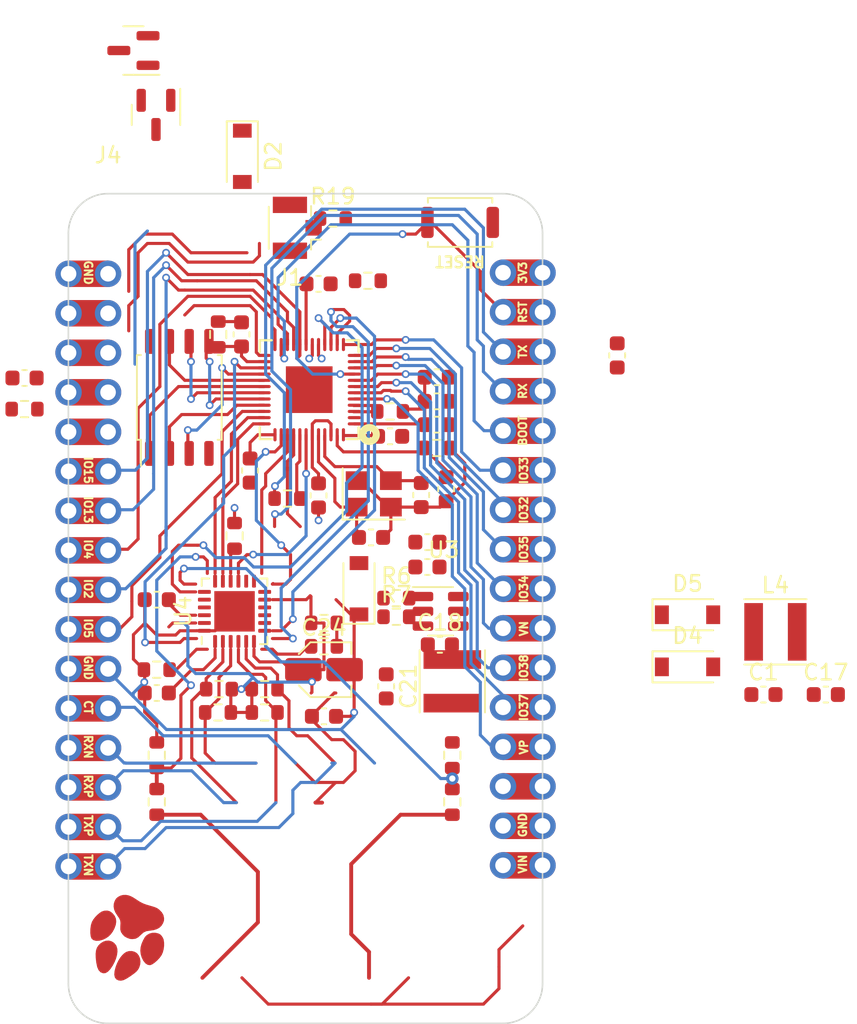
<source format=kicad_pcb>
(kicad_pcb (version 20211014) (generator pcbnew)
  (layers (0 "F.Cu" signal) (31 "B.Cu" signal) (34 "B.Paste" user) (35 "F.Paste" user) (36 "B.SilkS" user "B.Silkscreen") (37 "F.SilkS" user "F.Silkscreen") (38 "B.Mask" user) (39 "F.Mask" user) (44 "Edge.Cuts" user))
  (net 0 "")
  (net 1 "/MDI0_CT")
  (net 2 "/3V3")
  (net 3 "GND")
  (net 4 "VBUS")
  (net 5 "/EN")
  (net 6 "/ETH_MDC")
  (net 7 "/S_VP")
  (net 8 "/S_VN")
  (net 9 "/IO34")
  (net 10 "/CAP1")
  (net 11 "/SDD3")
  (net 12 "/ETH_TXD1")
  (net 13 "/IO35")
  (net 14 "/IO32")
  (net 15 "/ETH_CRS_DV")
  (net 16 "/ETH_RXD1")
  (net 17 "/ETH_RXD0")
  (net 18 "+3V3")
  (net 19 "/IO33")
  (net 20 "/XTAL_P")
  (net 21 "/U0RXD")
  (net 22 "/XTAL_N")
  (net 23 "/SDD0")
  (net 24 "/VDD3P3")
  (net 25 "/ETH_TXEN")
  (net 26 "/SDD1")
  (net 27 "Net-(C23-Pad1)")
  (net 28 "/ETH_TXD0")
  (net 29 "/ETH_MDIO")
  (net 30 "/SDD2")
  (net 31 "/SDCK")
  (net 32 "/BOOT")
  (net 33 "/ETH_CLK")
  (net 34 "/IO14")
  (net 35 "/VDD_SDIO")
  (net 36 "/IO12")
  (net 37 "/SDCS")
  (net 38 "/IO13")
  (net 39 "VDD")
  (net 40 "Net-(C23-Pad2)")
  (net 41 "Net-(C20-Pad2)")
  (net 42 "/U0TXD")
  (net 43 "Net-(J1-Pad1)")
  (net 44 "/RSET")
  (net 45 "/RXDV")
  (net 46 "/ETH_RST")
  (net 47 "/RTL_LED1")
  (net 48 "/RTL_LED0")
  (net 49 "/MDI0_P")
  (net 50 "/MDI0_N")
  (net 51 "Net-(J3-Pad2)")
  (net 52 "Net-(J3-Pad3)")
  (net 53 "/MDI1_P")
  (net 54 "/MDI1_N")
  (net 55 "/IO15")
  (net 56 "/IO2")
  (net 57 "/IO4")
  (net 58 "/IO16")
  (net 59 "/IO5")
  (net 60 "/VIN")
  (net 66 "Net-(Q1-Pad1)")
  (net 67 "Net-(Q1-Pad2)")
  (net 68 "Net-(Q1-Pad3)")
  (net 69 "Net-(Q2-Pad3)")
  (net 70 "unconnected-(J4-Pad5)")
  (net 71 "/IO37")
  (net 72 "/IO38")
  (net 73 "Net-(R7-Pad2)")
  (net 74 "Net-(R8-Pad2)")
  (net 75 "Net-(R13-Pad1)")
  (net 76 "Net-(R15-Pad1)")
  (net 77 "Net-(R16-Pad2)")
  (net 85 "/LAN_3P3V")
  (net 87 "/CAP2")
  (footprint "Resistor_SMD:R_0603_1608Metric" (layer "F.Cu") (at 29.9375 58.75 180)
    (fp_text reference "R14")
    (fp_text value "47k")
  )
  (footprint "Capacitor_SMD:C_0603_1608Metric" (layer "F.Cu") (at 44 40.25 180)
    (fp_text reference "C2")
    (fp_text value "1u")
  )
  (footprint "Inductor_SMD:L_Taiyo-Yuden_NR-40xx" (layer "F.Cu") (at 45 56.75 90)
    (fp_text reference "L2")
    (fp_text value "10uH 1A")
  )
  (footprint "Resistor_SMD:R_0603_1608Metric" (layer "F.Cu") (at 26 56)
    (fp_text reference "R8")
    (fp_text value "499R")
  )
  (footprint "Resistor_SMD:R_0603_1608Metric" (layer "F.Cu") (at 32.9375 58.75)
    (fp_text reference "R17")
    (fp_text value "10k 1%")
  )
  (footprint "Capacitor_SMD:C_0603_1608Metric" (layer "F.Cu") (at 43.4 49.4 180)
    (fp_text reference "C6")
    (fp_text value "100n")
  )
  (footprint "Capacitor_SMD:C_0603_1608Metric" (layer "F.Cu") (at 26 57.5 180)
    (fp_text reference "C22")
    (fp_text value "100n")
  )
  (footprint "Capacitor_SMD:C_0603_1608Metric" (layer "F.Cu") (at 44 38.75 180)
    (fp_text reference "C7")
    (fp_text value "100n")
  )
  (footprint "Capacitor_SMD:C_0603_1608Metric" (layer "F.Cu") (at 36.75 59 180)
    (fp_text reference "C3")
    (fp_text value "10u")
  )
  (footprint "Resistor_SMD:R_0603_1608Metric" (layer "F.Cu") (at 29.95 34.45 -90)
    (fp_text reference "R2")
    (fp_text value "2k")
  )
  (footprint "Capacitor_SMD:C_0603_1608Metric" (layer "F.Cu") (at 17.5 37.25)
    (fp_text reference "C10")
    (fp_text value "22p")
  )
  (footprint "Resistor_SMD:R_0603_1608Metric" (layer "F.Cu") (at 45 61.5 90)
    (fp_text reference "R11")
    (fp_text value "10k")
  )
  (footprint "Resistor_SMD:R_0603_1608Metric" (layer "F.Cu") (at 31 47.4 -90)
    (fp_text reference "R10")
    (fp_text value "10k")
  )
  (footprint "Resistor_SMD:R_0603_1608Metric" (layer "F.Cu") (at 41.4 52.6)
    (fp_text reference "R7")
    (fp_text value "499R")
  )
  (footprint "Visclib:ProtoCastellatedHeader_1x16" (layer "F.Cu") (at 22.87 30.55)
    (fp_text reference "J4")
    (fp_text value "Conn_Left")
  )
  (footprint "Capacitor_SMD:C_0603_1608Metric" (layer "F.Cu") (at 43 44.775 -90)
    (fp_text reference "C13")
    (fp_text value "3.3n")
  )
  (footprint "Diode_SMD:D_SOD-123" (layer "F.Cu") (at 31.5 23 -90)
    (fp_text reference "D2")
    (fp_text value "FM240W")
  )
  (footprint "Resistor_SMD:R_0603_1608Metric" (layer "F.Cu") (at 30 57.25 180)
    (fp_text reference "R13")
    (fp_text value "22k")
  )
  (footprint "Diode_SMD:D_SOD-123" (layer "F.Cu") (at 39 50.8 90)
    (fp_text reference "D1")
    (fp_text value "FM240W")
  )
  (footprint "Package_TO_SOT_SMD:SOT-23" (layer "F.Cu") (at 24.5 16.2 180)
    (fp_text reference "Q2")
    (fp_text value "2N7002")
  )
  (footprint "Resistor_SMD:R_0603_1608Metric" (layer "F.Cu") (at 32.9375 57.25)
    (fp_text reference "R18")
    (fp_text value "0R")
  )
  (footprint "Capacitor_SMD:C_0603_1608Metric" (layer "F.Cu") (at 32 43.2 90)
    (fp_text reference "C8")
    (fp_text value "1u")
  )
  (footprint "Capacitor_SMD:C_Elec_3x5.4" (layer "F.Cu") (at 36.75 56)
    (fp_text reference "C24")
    (fp_text value "4.7u")
  )
  (footprint "Resistor_SMD:R_0603_1608Metric" (layer "F.Cu") (at 44 41.75 180)
    (fp_text reference "R3")
    (fp_text value "20K")
  )
  (footprint "Resistor_SMD:R_0603_1608Metric" (layer "F.Cu") (at 26 61.5 90)
    (fp_text reference "R12")
    (fp_text value "10k")
  )
  (footprint "Package_DFN_QFN:QFN-24-1EP_4x4mm_P0.5mm_EP2.6x2.6mm" (layer "F.Cu") (at 31 52.25 90)
    (fp_text reference "U4")
    (fp_text value "CP2102N-Axx-xQFN24")
  )
  (footprint "Resistor_SMD:R_0603_1608Metric" (layer "F.Cu") (at 39.575 31)
    (fp_text reference "R5")
    (fp_text value "10k")
  )
  (footprint "Capacitor_SMD:C_0603_1608Metric" (layer "F.Cu") (at 41 41 180)
    (fp_text reference "C16")
    (fp_text value "10n")
  )
  (footprint "Capacitor_SMD:C_0603_1608Metric" (layer "F.Cu") (at 69.01 57.6)
    (fp_text reference "C17")
    (fp_text value "100n")
  )
  (footprint "Button_Switch_SMD:SW_Push_SPST_NO_Alps_SKRK" (layer "F.Cu") (at 45.5 27.25 180)
    (fp_text reference "SW1" hide)
    (fp_text value "RESET")
  )
  (footprint "Resistor_SMD:R_0603_1608Metric" (layer "F.Cu") (at 34.4 45)
    (fp_text reference "R4")
    (fp_text value "2.49k 1%")
  )
  (footprint "Visclib:wolfpaw-0.3" (layer "F.Cu") (at 24 73.5 180)
    (fp_text reference "LOGO1" hide)
    (fp_text value "Logo" hide)
  )
  (footprint "Resistor_SMD:R_0603_1608Metric" (layer "F.Cu") (at 37.325 27)
    (fp_text reference "R19")
    (fp_text value "0R")
  )
  (footprint "Diode_SMD:D_SOD-123" (layer "F.Cu") (at 60.12 55.82)
    (fp_text reference "D4")
    (fp_text value "FM240W")
  )
  (footprint "Resistor_SMD:R_0603_1608Metric" (layer "F.Cu") (at 36.75 53 180)
    (fp_text reference "L3")
    (fp_text value "FB 600R@100MHz 1.3A")
  )
  (footprint "Capacitor_SMD:C_0603_1608Metric" (layer "F.Cu") (at 39.775 47.5)
    (fp_text reference "C12")
    (fp_text value "4.7u")
  )
  (footprint "Capacitor_SMD:C_0603_1608Metric" (layer "F.Cu") (at 43.4 47.8 180)
    (fp_text reference "C4")
    (fp_text value "10u")
  )
  (footprint "Capacitor_SMD:C_0603_1608Metric" (layer "F.Cu") (at 44 37.2 180)
    (fp_text reference "C5")
    (fp_text value "100n")
  )
  (footprint "Resistor_SMD:R_0603_1608Metric" (layer "F.Cu") (at 41.4 51.4)
    (fp_text reference "R6")
    (fp_text value "10k")
  )
  (footprint "Capacitor_SMD:C_0603_1608Metric" (layer "F.Cu") (at 44.6 44.4 90)
    (fp_text reference "C15")
    (fp_text value "3.3n")
  )
  (footprint "Package_TO_SOT_SMD:SOT-23" (layer "F.Cu") (at 25.95 20.3375 -90)
    (fp_text reference "Q1")
    (fp_text value "2N7002")
  )
  (footprint "Visclib:ProtoCastellatedHeader_1x16" (layer "F.Cu") (at 50.8 30.48)
    (fp_text reference "J5")
    (fp_text value "Conn_Right")
  )
  (footprint "Resistor_SMD:R_0603_1608Metric" (layer "F.Cu") (at 26 64.5 -90)
    (fp_text reference "R15")
    (fp_text value "10k")
  )
  (footprint "Inductor_SMD:L_Taiyo-Yuden_NR-40xx" (layer "F.Cu") (at 65.77 53.57)
    (fp_text reference "L4")
    (fp_text value "10uH 1A")
  )
  (footprint "Resistor_SMD:R_0603_1608Metric" (layer "F.Cu") (at 17.5 39.25 180)
    (fp_text reference "R1")
    (fp_text value "10k")
  )
  (footprint "Capacitor_SMD:C_0603_1608Metric" (layer "F.Cu") (at 36.4 44.8 90)
    (fp_text reference "C9")
    (fp_text value "1u")
  )
  (footprint "Connector_Coaxial:U.FL_Hirose_U.FL-R-SMT-1_Vertical" (layer "F.Cu") (at 35.03454 27.596165 180)
    (fp_text reference "J1")
    (fp_text value "ANT")
  )
  (footprint "Resistor_SMD:R_0603_1608Metric" (layer "F.Cu") (at 36.75 54.5 180)
    (fp_text reference "R9")
    (fp_text value "10K")
  )
  (footprint "Capacitor_SMD:C_0603_1608Metric" (layer "F.Cu") (at 65 57.6)
    (fp_text reference "C1")
    (fp_text value "100n")
  )
  (footprint "Package_TO_SOT_SMD:SOT-23-6" (layer "F.Cu") (at 44.25 52.25)
    (fp_text reference "U3")
    (fp_text value "LV2842XLVDDCR")
  )
  (footprint "Diode_SMD:D_SOD-123" (layer "F.Cu") (at 60.12 52.47)
    (fp_text reference "D5")
    (fp_text value "FM240W")
  )
  (footprint "Capacitor_SMD:C_0603_1608Metric" (layer "F.Cu") (at 36.4 31.2)
    (fp_text reference "C19")
    (fp_text value "100n")
  )
  (footprint "Resistor_SMD:R_0603_1608Metric" (layer "F.Cu") (at 45 64.5 -90)
    (fp_text reference "R16")
    (fp_text value "33k 1%")
  )
  (footprint "Resistor_SMD:R_0603_1608Metric" (layer "F.Cu") (at 41 39.4)
    (fp_text reference "L1")
    (fp_text value "FB 600R@100MHz 1.3A")
  )
  (footprint "Capacitor_SMD:C_0603_1608Metric" (layer "F.Cu") (at 31.45 34.45 -90)
    (fp_text reference "C14")
    (fp_text value "10n")
  )
  (footprint "Capacitor_SMD:C_0603_1608Metric" (layer "F.Cu") (at 44.2 54.4)
    (fp_text reference "C18")
    (fp_text value "2.2u")
  )
  (footprint "Package_SO:SOIC-8_5.23x5.23mm_P1.27mm" (layer "F.Cu") (at 27.45 38.5 90)
    (fp_text reference "U2")
    (fp_text value "W25Q32")
  )
  (footprint "Visclib:ESP32-REDUCED" (layer "F.Cu") (at 35.817964 37.982134 180)
    (fp_text reference "U1")
    (fp_text value "ESP32-U4WDH" hide)
  )
  (footprint "Capacitor_SMD:C_0603_1608Metric" (layer "F.Cu") (at 55.6 35.8 90)
    (fp_text reference "C11")
    (fp_text value "22p")
  )
  (footprint "Capacitor_SMD:C_0603_1608Metric" (layer "F.Cu") (at 40.75 57.075 -90)
    (fp_text reference "C21")
    (fp_text value "2.2u")
  )
  (footprint "Capacitor_SMD:C_0603_1608Metric" (layer "F.Cu") (at 26 51.5 180)
    (fp_text reference "C23")
    (fp_text value "100n")
  )
  (footprint "Crystal:Crystal_SMD_3225-4Pin_3.2x2.5mm" (layer "F.Cu") (at 39.95 44.7)
    (fp_text reference "Y1")
    (fp_text value "40MHz ±10ppm")
  )
  (gr_line (start 48.26 25.4) (end 22.86 25.4) (layer "Edge.Cuts") (width 0.1))
  (gr_arc (start 20.32 27.94) (mid 21.063949 26.143949) (end 22.86 25.4) (layer "Edge.Cuts") (width 0.1))
  (gr_arc (start 48.26 25.4) (mid 50.056051 26.143949) (end 50.8 27.94) (layer "Edge.Cuts") (width 0.1))
  (gr_arc (start 50.8 76.2) (mid 50.056051 77.996051) (end 48.26 78.74) (layer "Edge.Cuts") (width 0.1))
  (gr_arc (start 22.86 78.74) (mid 21.063949 77.996051) (end 20.32 76.2) (layer "Edge.Cuts") (width 0.1))
  (gr_line (start 20.32 27.94) (end 20.32 76.2) (layer "Edge.Cuts") (width 0.1))
  (gr_line (start 22.86 78.74) (end 48.26 78.74) (layer "Edge.Cuts") (width 0.1))
  (gr_line (start 50.8 76.2) (end 50.8 27.94) (layer "Edge.Cuts") (width 0.1))
  (gr_text "IO38" (at 49.6 55.9 90) (layer "F.SilkS") (effects (font (size 0.5 0.5) (thickness 0.125))))
  (gr_text "IO33" (at 49.6 43.2 90) (layer "F.SilkS") (effects (font (size 0.5 0.5) (thickness 0.125))))
  (gr_text "TXN" (at 21.59 68.58 270) (layer "F.SilkS") (effects (font (size 0.5 0.5) (thickness 0.125))))
  (gr_text "3V3" (at 49.53 30.48 90) (layer "F.SilkS") (effects (font (size 0.5 0.5) (thickness 0.125))))
  (gr_text "IO32" (at 49.6 45.74 90) (layer "F.SilkS") (effects (font (size 0.5 0.5) (thickness 0.125))))
  (gr_text "TXP" (at 21.59 66.04 270) (layer "F.SilkS") (effects (font (size 0.5 0.5) (thickness 0.125))))
  (gr_text "GND" (at 21.59 30.48 270) (layer "F.SilkS") (effects (font (size 0.5 0.5) (thickness 0.125))))
  (gr_text "RST" (at 49.53 33.02 90) (layer "F.SilkS") (effects (font (size 0.5 0.5) (thickness 0.125))))
  (gr_text "VIN" (at 49.53 68.5 90) (layer "F.SilkS") (effects (font (size 0.5 0.5) (thickness 0.125))))
  (gr_text "IO5" (at 21.59 53.34 270) (layer "F.SilkS") (effects (font (size 0.5 0.5) (thickness 0.125))))
  (gr_text "RXN" (at 21.59 60.96 270) (layer "F.SilkS") (effects (font (size 0.5 0.5) (thickness 0.125))))
  (gr_text "GND" (at 21.59 55.88 270) (layer "F.SilkS") (effects (font (size 0.5 0.5) (thickness 0.125))))
  (gr_text "IO4" (at 21.59 48.26 270) (layer "F.SilkS") (effects (font (size 0.5 0.5) (thickness 0.125))))
  (gr_text "VN" (at 49.6 53.36 90) (layer "F.SilkS") (effects (font (size 0.5 0.5) (thickness 0.125))))
  (gr_text "TX" (at 49.53 35.56 90) (layer "F.SilkS") (effects (font (size 0.5 0.5) (thickness 0.125))))
  (gr_text "VP" (at 49.6 60.98 90) (layer "F.SilkS") (effects (font (size 0.5 0.5) (thickness 0.125))))
  (gr_text "IO37" (at 49.6 58.44 90) (layer "F.SilkS") (effects (font (size 0.5 0.5) (thickness 0.125))))
  (gr_text "IO15" (at 21.59 43.18 270) (layer "F.SilkS") (effects (font (size 0.5 0.5) (thickness 0.125))))
  (gr_text "IO2" (at 21.59 50.8 270) (layer "F.SilkS") (effects (font (size 0.5 0.5) (thickness 0.125))))
  (gr_text "IO34" (at 49.6 50.82 90) (layer "F.SilkS") (effects (font (size 0.5 0.5) (thickness 0.125))))
  (gr_text "GND" (at 49.53 66 90) (layer "F.SilkS") (effects (font (size 0.5 0.5) (thickness 0.125))))
  (gr_text "IO13" (at 21.59 45.72 270) (layer "F.SilkS") (effects (font (size 0.5 0.5) (thickness 0.125))))
  (gr_text "BOOT" (at 49.53 40.64 90) (layer "F.SilkS") (effects (font (size 0.5 0.5) (thickness 0.125))))
  (gr_text "RX" (at 49.53 38.1 90) (layer "F.SilkS") (effects (font (size 0.5 0.5) (thickness 0.125))))
  (gr_text "CT" (at 21.59 58.42 270) (layer "F.SilkS") (effects (font (size 0.5 0.5) (thickness 0.125))))
  (gr_text "IO35" (at 49.6 48.28 90) (layer "F.SilkS") (effects (font (size 0.5 0.5) (thickness 0.125))))
  (gr_text "RXP" (at 21.59 63.5 270) (layer "F.SilkS") (effects (font (size 0.5 0.5) (thickness 0.125))))
  (segment (start 24.58 58.42) (end 22.86 58.42) (width 0.2) (layer "B.Cu") (net 1))
  (segment (start 34.92 62.0075) (end 33.1625 60.25) (width 0.2) (layer "B.Cu") (net 1))
  (segment (start 26.41 60.25) (end 24.58 58.42) (width 0.2) (layer "B.Cu") (net 1))
  (segment (start 33.1625 60.25) (end 26.41 60.25) (width 0.2) (layer "B.Cu") (net 1))
  (segment (start 26.775 57.475) (end 26.775 57.5) (width 0.2) (layer "F.Cu") (net 3))
  (segment (start 26 59.5) (end 25.225 58.725) (width 0.2) (layer "F.Cu") (net 3))
  (segment (start 24.2 34.22) (end 24.2 32.6) (width 0.2) (layer "F.Cu") (net 3))
  (segment (start 33 57.9875) (end 33.7625 58.75) (width 0.2) (layer "F.Cu") (net 3))
  (segment (start 31.4 33.625) (end 31.45 33.675) (width 0.2) (layer "F.Cu") (net 3))
  (segment (start 32.6 28.6) (end 32.6 29.4) (width 0.2) (layer "F.Cu") (net 3))
  (segment (start 40.55 47.5) (end 41.05 47) (width 0.2) (layer "F.Cu") (net 3))
  (segment (start 29.95 33.625) (end 31.4 33.625) (width 0.2) (layer "F.Cu") (net 3))
  (segment (start 40.850978 45.55) (end 39.150978 43.85) (width 0.2) (layer "F.Cu") (net 3))
  (segment (start 29 56) (end 28.25 56) (width 0.2) (layer "F.Cu") (net 3))
  (segment (start 48 75.1) (end 48 76.5) (width 0.2) (layer "F.Cu") (net 3))
  (segment (start 27.217263 53.77452) (end 25.99952 53.77452) (width 0.2) (layer "F.Cu") (net 3))
  (segment (start 25.2 28) (end 27 28) (width 0.2) (layer "F.Cu") (net 3))
  (segment (start 41.05 47) (end 41.05 45.55) (width 0.2) (layer "F.Cu") (net 3))
  (segment (start 44.225 45.55) (end 44.6 45.175) (width 0.2) (layer "F.Cu") (net 3))
  (segment (start 29.75 53.5) (end 31 52.25) (width 0.2) (layer "F.Cu") (net 3))
  (segment (start 44.775 38.75) (end 44.775 37.2) (width 0.2) (layer "F.Cu") (net 3))
  (segment (start 25.225 56.05) (end 25.175 56) (width 0.2) (layer "F.Cu") (net 3))
  (segment (start 28.2 29.2) (end 31.8 29.2) (width 0.2) (layer "F.Cu") (net 3))
  (segment (start 40.4925 77.5) (end 42.185 75.8075) (width 0.2) (layer "F.Cu") (net 3))
  (segment (start 24.2 31.68) (end 24.2 29) (width 0.2) (layer "F.Cu") (net 3))
  (segment (start 44.825 41.75) (end 45.8 42.725) (width 0.2) (layer "F.Cu") (net 3))
  (segment (start 28.5625 53.5) (end 29.75 53.5) (width 0.2) (layer "F.Cu") (net 3))
  (segment (start 38.6875 52.6625) (end 37.525 51.5) (width 0.2) (layer "F.Cu") (net 3))
  (segment (start 43 45.55) (end 44.225 45.55) (width 0.2) (layer "F.Cu") (net 3))
  (segment (start 32.04904 56.29904) (end 32.79904 56.29904) (width 0.2) (layer "F.Cu") (net 3))
  (segment (start 26.8 28.6) (end 28 29.8) (width 0.2) (layer "F.Cu") (net 3))
  (segment (start 25.225 51.5) (end 25.225 53) (width 0.2) (layer "F.Cu") (net 3))
  (segment (start 24.5 55.325) (end 25.175 56) (width 0.2) (layer "F.Cu") (net 3))
  (segment (start 44.775 41.7) (end 44.825 41.75) (width 0.2) (layer "F.Cu") (net 3))
  (segment (start 44.775 38.75) (end 44.775 41.7) (width 0.2) (layer "F.Cu") (net 3))
  (segment (start 37.4625 56) (end 38.1875 56) (width 0.2) (layer "F.Cu") (net 3))
  (segment (start 39.75 77.5) (end 40.4925 77.5) (width 0.2) (layer "F.Cu") (net 3))
  (segment (start 37.4625 59) (end 38.4375 59) (width 0.2) (layer "F.Cu") (net 3))
  (segment (start 38.1875 56) (end 38.6875 56.5) (width 0.2) (layer "F.Cu") (net 3))
  (segment (start 39.150978 43.85) (end 38.85 43.85) (width 0.2) (layer "F.Cu") (net 3))
  (segment (start 48 75.1) (end 48 74) (width 0.2) (layer "F.Cu") (net 3))
  (segment (start 24.8 32) (end 24.8 29.2) (width 0.2) (layer "F.Cu") (net 3))
  (segment (start 26 60.675) (end 26 59.5) (width 0.2) (layer "F.Cu") (net 3))
  (segment (start 33 56.5) (end 33 57.9875) (width 0.2) (layer "F.Cu") (net 3))
  (segment (start 43 45.55) (end 41.05 45.55) (width 0.2) (layer "F.Cu") (net 3))
  (segment (start 47 77.5) (end 39.75 77.5) (width 0.2) (layer "F.Cu") (net 3))
  (segment (start 25.4 28.6) (end 26.8 28.6) (width 0.2) (layer "F.Cu") (net 3))
  (segment (start 29.75 54.6875) (end 29.75 55.25) (width 0.2) (layer "F.Cu") (net 3))
  (segment (start 28.25 56) (end 26.775 57.475) (width 0.2) (layer "F.Cu") (net 3))
  (segment (start 45.8 42.725) (end 45.8 43.975) (width 0.2) (layer "F.Cu") (net 3))
  (segment (start 45.8 43.975) (end 44.6 45.175) (width 0.2) (layer "F.Cu") (net 3))
  (segment (start 25.99952 53.77452) (end 25.225 53) (width 0.2) (layer "F.Cu") (net 3))
  (segment (start 24.5 53.75) (end 24.5 55.325) (width 0.2) (layer "F.Cu") (net 3))
  (segment (start 38.6875 56.5) (end 38.6875 56.8125) (width 0.2) (layer "F.Cu") (net 3))
  (segment (start 25.225 53.025) (end 24.5 53.75) (width 0.2) (layer "F.Cu") (net 3))
  (segment (start 27.491783 53.5) (end 27.217263 53.77452) (width 0.2) (layer "F.Cu") (net 3))
  (segment (start 38.6875 56.8125) (end 38.6875 52.6625) (width 0.2) (layer "F.Cu") (net 3))
  (segment (start 33.66 64.5475) (end 33.66 58.8525) (width 0.2) (layer "F.Cu") (net 3))
  (segment (start 36.4 45.575) (end 36.4 46.4) (width 0.2) (layer "F.Cu") (net 3))
  (segment (start 32.79904 56.29904) (end 33 56.5) (width 0.2) (layer "F.Cu") (net 3))
  (segment (start 38.4375 59) (end 38.6875 58.75) (width 0.2) (layer "F.Cu") (net 3))
  (segment (start 25.225 58.725) (end 25.225 57.5) (width 0.2) (layer "F.Cu") (net 3))
  (segment (start 31.25 55.5) (end 32.04904 56.29904) (width 0.2) (layer "F.Cu") (net 3))
  (segment (start 41.05 45.55) (end 40.850978 45.55) (width 0.2) (layer "F.Cu") (net 3))
  (segment (start 25.225 57.5) (end 25.225 56.05) (width 0.2) (layer "F.Cu") (net 3))
  (segment (start 31.475 75.8075) (end 33.1675 77.5) (width 0.2) (layer "F.Cu") (net 3))
  (segment (start 48 74) (end 49.53 72.47) (width 0.2) (layer "F.Cu") (net 3))
  (segment (start 32.2 29.8) (end 32.6 29.4) (width 0.2) (layer "F.Cu") (net 3))
  (segment (start 24.2 32.6) (end 24.8 32) (width 0.2) (layer "F.Cu") (net 3))
  (segment (start 48 76.5) (end 47 77.5) (width 0.2) (layer "F.Cu") (net 3))
  (segment (start 33.1675 77.5) (end 39.75 77.5) (width 0.2) (layer "F.Cu") (net 3))
  (segment (start 24.8 29.2) (end 25.4 28.6) (width 0.2) (layer "F.Cu") (net 3))
  (segment (start 28.5625 53.5) (end 27.491783 53.5) (width 0.2) (layer "F.Cu") (net 3))
  (segment (start 27 28) (end 28.2 29.2) (width 0.2) (layer "F.Cu") (net 3))
  (segment (start 38.6875 56.8125) (end 38.6875 58.75) (width 0.2) (layer "F.Cu") (net 3))
  (segment (start 29.75 55.25) (end 29 56) (width 0.2) (layer "F.Cu") (net 3))
  (segment (start 31.25 54.6875) (end 31.25 55.5) (width 0.2) (layer "F.Cu") (net 3))
  (segment (start 25.225 53) (end 25.225 53.025) (width 0.2) (layer "F.Cu") (net 3))
  (segment (start 24.2 29) (end 25.2 28) (width 0.2) (layer "F.Cu") (net 3))
  (segment (start 28 29.8) (end 32.2 29.8) (width 0.2) (layer "F.Cu") (net 3))
  (segment (start 33.66 58.8525) (end 33.7625 58.75) (width 0.2) (layer "F.Cu") (net 3))
  (via (at 38.6875 58.75) (size 0.5) (drill 0.3) (layers "F.Cu" "B.Cu") (net 3))
  (via (at 25.2 56.8) (size 0.5) (drill 0.3) (layers "F.Cu" "B.Cu") (net 3))
  (via (at 36.4 46.4) (size 0.5) (drill 0.3) (layers "F.Cu" "B.Cu") (net 3))
  (segment (start 24.48581 57.51419) (end 24.48581 57.71419) (width 0.2) (layer "B.Cu") (net 3))
  (segment (start 40 62.0075) (end 37.84298 59.85048) (width 0.2) (layer "B.Cu") (net 3))
  (segment (start 38.6875 58.75) (end 38.6875 59.00596) (width 0.2) (layer "B.Cu") (net 3))
  (segment (start 22.86 56.08838) (end 22.86 55.88) (width 0.2) (layer "B.Cu") (net 3))
  (segment (start 38.6875 59.00596) (end 37.84298 59.85048) (width 0.2) (layer "B.Cu") (net 3))
  (segment (start 25.2 56.8) (end 24.48581 57.51419) (width 0.2) (layer "B.Cu") (net 3))
  (segment (start 37.84298 59.85048) (end 26.6221 59.85048) (width 0.2) (layer "B.Cu") (net 3))
  (segment (start 24.48581 57.71419) (end 22.86 56.08838) (width 0.2) (layer "B.Cu") (net 3))
  (segment (start 26.6221 59.85048) (end 24.48581 57.71419) (width 0.2) (layer "B.Cu") (net 3))
  (segment (start 28.25 58) (end 28.25 61.6775) (width 0.2) (layer "F.Cu") (net 4))
  (segment (start 29.175 56.575) (end 29.175 57.25) (width 0.2) (layer "F.Cu") (net 4))
  (segment (start 29 57.25) (end 28.25 58) (width 0.2) (layer "F.Cu") (net 4))
  (segment (start 30.25 55.5) (end 29.175 56.575) (width 0.2) (layer "F.Cu") (net 4))
  (segment (start 29.175 57.25) (end 29 57.25) (width 0.2) (layer "F.Cu") (net 4))
  (segment (start 28.25 61.6775) (end 31.12 64.5475) (width 0.2) (layer "F.Cu") (net 4))
  (segment (start 30.25 54.6875) (end 30.25 55.5) (width 0.2) (layer "F.Cu") (net 4))
  (segment (start 43.4 27.25) (end 43.65 27.25) (width 0.2) (layer "F.Cu") (net 5))
  (segment (start 46.8 31.56) (end 48.26 33.02) (width 0.2) (layer "F.Cu") (net 5))
  (segment (start 42.65 28) (end 43.4 27.25) (width 0.2) (layer "F.Cu") (net 5))
  (segment (start 38.7 37) (end 37.8 37) (width 0.2) (layer "F.Cu") (net 5))
  (segment (start 41.8 28) (end 42.65 28) (width 0.2) (layer "F.Cu") (net 5))
  (segment (start 46.8 30.4) (end 46.8 31.56) (width 0.2) (layer "F.Cu") (net 5))
  (segment (start 43.65 27.25) (end 46.8 30.4) (width 0.2) (layer "F.Cu") (net 5))
  (via (at 41.8 28) (size 0.5) (drill 0.3) (layers "F.Cu" "B.Cu") (net 5))
  (via (at 37.8 37) (size 0.5) (drill 0.3) (layers "F.Cu" "B.Cu") (net 5))
  (segment (start 24.6 28.6) (end 25.4 27.8) (width 0.2) (layer "B.Cu") (net 5))
  (segment (start 36.022873 37) (end 35 35.977127) (width 0.2) (layer "B.Cu") (net 5))
  (segment (start 24.6 36.36) (end 24.6 28.6) (width 0.2) (layer "B.Cu") (net 5))
  (segment (start 38.4 28) (end 41.8 28) (width 0.2) (layer "B.Cu") (net 5))
  (segment (start 35 35.977127) (end 35 31.4) (width 0.2) (layer "B.Cu") (net 5))
  (segment (start 35 31.4) (end 38.4 28) (width 0.2) (layer "B.Cu") (net 5))
  (segment (start 37.8 37) (end 36.022873 37) (width 0.2) (layer "B.Cu") (net 5))
  (segment (start 32.2 40.2) (end 31.2 41.2) (width 0.2) (layer "F.Cu") (net 6))
  (segment (start 32.9 40.2) (end 32.2 40.2) (width 0.2) (layer "F.Cu") (net 6))
  (segment (start 30.25 45) (end 30.25 49.8125) (width 0.2) (layer "F.Cu") (net 6))
  (segment (start 31.2 44.05) (end 30.25 45) (width 0.2) (layer "F.Cu") (net 6))
  (segment (start 31.2 41.2) (end 31.2 44.05) (width 0.2) (layer "F.Cu") (net 6))
  (segment (start 40.8 38.6) (end 38.7 38.6) (width 0.2) (layer "F.Cu") (net 7))
  (via (at 40.8 38.6) (size 0.5) (drill 0.3) (layers "F.Cu" "B.Cu") (net 7))
  (segment (start 40.8 38.6) (end 41.2 38.6) (width 0.2) (layer "B.Cu") (net 7))
  (segment (start 45.8 55.8) (end 46.8 56.8) (width 0.2) (layer "B.Cu") (net 7))
  (segment (start 47.56 60.96) (end 48.26 60.96) (width 0.2) (layer "B.Cu") (net 7))
  (segment (start 42.8 43.190036) (end 45.00048 45.390516) (width 0.2) (layer "B.Cu") (net 7))
  (segment (start 46.8 60.2) (end 47.56 60.96) (width 0.2) (layer "B.Cu") (net 7))
  (segment (start 45.8 50.8) (end 45.8 55.8) (width 0.2) (layer "B.Cu") (net 7))
  (segment (start 46.8 56.8) (end 46.8 60.2) (width 0.2) (layer "B.Cu") (net 7))
  (segment (start 45.00048 50.00048) (end 45.8 50.8) (width 0.2) (layer "B.Cu") (net 7))
  (segment (start 42.8 40.2) (end 42.8 43.190036) (width 0.2) (layer "B.Cu") (net 7))
  (segment (start 45.00048 45.390516) (end 45.00048 50.00048) (width 0.2) (layer "B.Cu") (net 7))
  (segment (start 41.2 38.6) (end 42.8 40.2) (width 0.2) (layer "B.Cu") (net 7))
  (segment (start 39.8 37.4) (end 38.7 37.4) (width 0.2) (layer "F.Cu") (net 8))
  (segment (start 42 37) (end 40.2 37) (width 0.2) (layer "F.Cu") (net 8))
  (segment (start 40.2 37) (end 39.8 37.4) (width 0.2) (layer "F.Cu") (net 8))
  (via (at 42 37) (size 0.5) (drill 0.3) (layers "F.Cu" "B.Cu") (net 8))
  (segment (start 47 50.2) (end 47 53) (width 0.2) (layer "B.Cu") (net 8))
  (segment (start 42 37) (end 43.2 37) (width 0.2) (layer "B.Cu") (net 8))
  (segment (start 44 37.8) (end 44 42.695018) (width 0.2) (layer "B.Cu") (net 8))
  (segment (start 46.2 49.4) (end 47 50.2) (width 0.2) (layer "B.Cu") (net 8))
  (segment (start 47.34 53.34) (end 48.26 53.34) (width 0.2) (layer "B.Cu") (net 8))
  (segment (start 47 53) (end 47.34 53.34) (width 0.2) (layer "B.Cu") (net 8))
  (segment (start 46.2 44.895018) (end 46.2 49.4) (width 0.2) (layer "B.Cu") (net 8))
  (segment (start 44 42.695018) (end 46.2 44.895018) (width 0.2) (layer "B.Cu") (net 8))
  (segment (start 43.2 37) (end 44 37.8) (width 0.2) (layer "B.Cu") (net 8))
  (segment (start 41.4 36.4505) (end 40.1495 36.4505) (width 0.2) (layer "F.Cu") (net 9))
  (segment (start 40 36.6) (end 38.7 36.6) (width 0.2) (layer "F.Cu") (net 9))
  (segment (start 40.1495 36.4505) (end 40 36.6) (width 0.2) (layer "F.Cu") (net 9))
  (via (at 41.4 36.4505) (size 0.5) (drill 0.3) (layers "F.Cu" "B.Cu") (net 9))
  (segment (start 46.6 49.14) (end 48.26 50.8) (width 0.2) (layer "B.Cu") (net 9))
  (segment (start 46.6 44.730012) (end 46.6 49.14) (width 0.2) (layer "B.Cu") (net 9))
  (segment (start 43.2505 36.4505) (end 44.4 37.6) (width 0.2) (layer "B.Cu") (net 9))
  (segment (start 44.4 37.6) (end 44.4 42.530012) (width 0.2) (layer "B.Cu") (net 9))
  (segment (start 41.4 36.4505) (end 43.2505 36.4505) (width 0.2) (layer "B.Cu") (net 9))
  (segment (start 44.4 42.530012) (end 46.6 44.730012) (width 0.2) (layer "B.Cu") (net 9))
  (segment (start 40.155 40.97) (end 40.175 40.95) (width 0.2) (layer "F.Cu") (net 10))
  (segment (start 38 40.95) (end 40.175 40.95) (width 0.2) (layer "F.Cu") (net 10))
  (segment (start 40.175 40.95) (end 40.225 41) (width 0.2) (layer "F.Cu") (net 10))
  (segment (start 27.8 37.4) (end 26.815 36.415) (width 0.2) (layer "F.Cu") (net 11))
  (segment (start 32.9 37.4) (end 27.8 37.4) (width 0.2) (layer "F.Cu") (net 11))
  (segment (start 26.815 36.415) (end 26.815 34.9) (width 0.2) (layer "F.Cu") (net 11))
  (segment (start 32.75 44.45) (end 33 44.2) (width 0.2) (layer "F.Cu") (net 12))
  (segment (start 33 43.4) (end 34.4 42) (width 0.2) (layer "F.Cu") (net 12))
  (segment (start 32.75 49.8125) (end 32.75 44.45) (width 0.2) (layer "F.Cu") (net 12))
  (segment (start 33 44.2) (end 33 43.4) (width 0.2) (layer "F.Cu") (net 12))
  (segment (start 34.4 42) (end 34.4 40.9) (width 0.2) (layer "F.Cu") (net 12))
  (segment (start 39.834994 36.2) (end 38.7 36.2) (width 0.2) (layer "F.Cu") (net 13))
  (segment (start 42 35.901) (end 40.133994 35.901) (width 0.2) (layer "F.Cu") (net 13))
  (segment (start 40.133994 35.901) (end 39.834994 36.2) (width 0.2) (layer "F.Cu") (net 13))
  (via (at 42 35.901) (size 0.5) (drill 0.3) (layers "F.Cu" "B.Cu") (net 13))
  (segment (start 42 35.901) (end 42.14998 36.05098) (width 0.2) (layer "B.Cu") (net 13))
  (segment (start 47 47) (end 48.26 48.26) (width 0.2) (layer "B.Cu") (net 13))
  (segment (start 44.8 37.2) (end 44.8 42.365006) (width 0.2) (layer "B.Cu") (net 13))
  (segment (start 43.65098 36.05098) (end 44.8 37.2) (width 0.2) (layer "B.Cu") (net 13))
  (segment (start 42.14998 36.05098) (end 43.65098 36.05098) (width 0.2) (layer "B.Cu") (net 13))
  (segment (start 44.8 42.365006) (end 47 44.565006) (width 0.2) (layer "B.Cu") (net 13))
  (segment (start 47 44.565006) (end 47 47) (width 0.2) (layer "B.Cu") (net 13))
  (segment (start 41.4 35.3515) (end 40.118488 35.3515) (width 0.2) (layer "F.Cu") (net 14))
  (segment (start 39.669988 35.8) (end 38.7 35.8) (width 0.2) (layer "F.Cu") (net 14))
  (segment (start 40.118488 35.3515) (end 39.669988 35.8) (width 0.2) (layer "F.Cu") (net 14))
  (via (at 41.4 35.3515) (size 0.5) (drill 0.3) (layers "F.Cu" "B.Cu") (net 14))
  (segment (start 48.26 45.26) (end 45.2 42.2) (width 0.2) (layer "B.Cu") (net 14))
  (segment (start 48.26 45.72) (end 48.26 45.26) (width 0.2) (layer "B.Cu") (net 14))
  (segment (start 41.400011 35.351489) (end 41.4 35.3515) (width 0.2) (layer "B.Cu") (net 14))
  (segment (start 43.551489 35.351489) (end 41.400011 35.351489) (width 0.2) (layer "B.Cu") (net 14))
  (segment (start 45.2 37) (end 43.551489 35.351489) (width 0.2) (layer "B.Cu") (net 14))
  (segment (start 45.2 42.2) (end 45.2 37) (width 0.2) (layer "B.Cu") (net 14))
  (segment (start 27 50.5) (end 27 48.4) (width 0.2) (layer "F.Cu") (net 15))
  (segment (start 36.8 33.8) (end 36.8 35.1) (width 0.2) (layer "F.Cu") (net 15))
  (segment (start 27.4 48) (end 28.6 48) (width 0.2) (layer "F.Cu") (net 15))
  (segment (start 28.5 51) (end 27.5 51) (width 0.2) (layer "F.Cu") (net 15))
  (segment (start 27.5 51) (end 27 50.5) (width 0.2) (layer "F.Cu") (net 15))
  (segment (start 28.6 48) (end 29 48) (width 0.2) (layer "F.Cu") (net 15))
  (segment (start 27 48.4) (end 27.4 48) (width 0.2) (layer "F.Cu") (net 15))
  (segment (start 36.4 33.4) (end 36.8 33.8) (width 0.2) (layer "F.Cu") (net 15))
  (via (at 29 48) (size 0.5) (drill 0.3) (layers "F.Cu" "B.Cu") (net 15))
  (via (at 36.4 33.4) (size 0.5) (drill 0.3) (layers "F.Cu" "B.Cu") (net 15))
  (segment (start 38.2 44) (end 39.2 43) (width 0.2) (layer "B.Cu") (net 15))
  (segment (start 37.349031 34.349031) (end 36.4 33.4) (width 0.2) (layer "B.Cu") (net 15))
  (segment (start 38.250465 34.349031) (end 37.349031 34.349031) (width 0.2) (layer "B.Cu") (net 15))
  (segment (start 29.8 48.8) (end 31.622873 48.8) (width 0.2) (layer "B.Cu") (net 15))
  (segment (start 32.222873 49.4) (end 34.6 49.4) (width 0.2) (layer "B.Cu") (net 15))
  (segment (start 39.2 35.298566) (end 38.250465 34.349031) (width 0.2) (layer "B.Cu") (net 15))
  (segment (start 39.2 43) (end 39.2 35.298566) (width 0.2) (layer "B.Cu") (net 15))
  (segment (start 38.2 45.8) (end 38.2 44) (width 0.2) (layer "B.Cu") (net 15))
  (segment (start 31.622873 48.8) (end 32.222873 49.4) (width 0.2) (layer "B.Cu") (net 15))
  (segment (start 29 48) (end 29.8 48.8) (width 0.2) (layer "B.Cu") (net 15))
  (segment (start 34.6 49.4) (end 38.2 45.8) (width 0.2) (layer "B.Cu") (net 15))
  (segment (start 37.349511 32.850489) (end 38.027616 32.850489) (width 0.2) (layer "F.Cu") (net 17))
  (segment (start 37.6 34.4) (end 37.6 35.1) (width 0.2) (layer "F.Cu") (net 17))
  (segment (start 33.4375 54) (end 34.75 54) (width 0.2) (layer "F.Cu") (net 17))
  (segment (start 38.4 33.6) (end 37.6 34.4) (width 0.2) (layer "F.Cu") (net 17))
  (segment (start 38.4 33.222873) (end 38.4 33.6) (width 0.2) (layer "F.Cu") (net 17))
  (segment (start 37.2 33) (end 37.349511 32.850489) (width 0.2) (layer "F.Cu") (net 17))
  (segment (start 38.027616 32.850489) (end 38.4 33.222873) (width 0.2) (layer "F.Cu") (net 17))
  (via (at 37.2 33) (size 0.5) (drill 0.3) (layers "F.Cu" "B.Cu") (net 17))
  (via (at 34.75 54) (size 0.5) (drill 0.3) (layers "F.Cu" "B.Cu") (net 17))
  (segment (start 39.6 45.15) (end 39.6 34.945032) (width 0.2) (layer "B.Cu") (net 17))
  (segment (start 37.2 33.577127) (end 37.2 33) (width 0.2) (layer "B.Cu") (net 17))
  (segment (start 38.604479 33.949511) (end 37.572384 33.949511) (width 0.2) (layer "B.Cu") (net 17))
  (segment (start 39.6 34.945032) (end 38.604479 33.949511) (width 0.2) (layer "B.Cu") (net 17))
  (segment (start 34.75 54) (end 34 53.25) (width 0.2) (layer "B.Cu") (net 17))
  (segment (start 34 53.25) (end 34 50.75) (width 0.2) (layer "B.Cu") (net 17))
  (segment (start 34 50.75) (end 39.6 45.15) (width 0.2) (layer "B.Cu") (net 17))
  (segment (start 37.572384 33.949511) (end 37.2 33.577127) (width 0.2) (layer "B.Cu") (net 17))
  (segment (start 36 40.9) (end 36 40.2) (width 0.2) (layer "F.Cu") (net 18))
  (segment (start 34.6 56) (end 35.975 56) (width 0.2) (layer "F.Cu") (net 18))
  (segment (start 35.1875 55) (end 33.75 55) (width 0.2) (layer "F.Cu") (net 18))
  (segment (start 34.25 53.25) (end 34.75 52.75) (width 0.2) (layer "F.Cu") (net 18))
  (segment (start 33.6 40.9) (end 32.5 40.9) (width 0.2) (layer "F.Cu") (net 18))
  (segment (start 30.7625 57.25) (end 30.7625 58.75) (width 0.2) (layer "F.Cu") (net 18))
  (segment (start 37.4975 63.25) (end 38 63.25) (width 0.2) (layer "F.Cu") (net 18))
  (segment (start 35.975 56) (end 35.975 57.45) (width 0.2) (layer "F.Cu") (net 18))
  (segment (start 35.6125 51.5) (end 35.8625 51.25) (width 0.2) (layer "F.Cu") (net 18))
  (segment (start 26 65.325) (end 28.825 65.325) (width 0.25) (layer "F.Cu") (net 18))
  (segment (start 38 63.25) (end 38.75 62.5) (width 0.2) (layer "F.Cu") (net 18))
  (segment (start 36.1625 63.25) (end 34.92 62.0075) (width 0.2) (layer "F.Cu") (net 18))
  (segment (start 28.825 65.325) (end 32.5 69) (width 0.25) (layer "F.Cu") (net 18))
  (segment (start 35.6 35.1) (end 35.6 31.225) (width 0.2) (layer "F.Cu") (net 18))
  (segment (start 37.2 34) (end 37.8 33.4) (width 0.2) (layer "F.Cu") (net 18))
  (segment (start 37.4125 57.5) (end 35.9125 59) (width 0.2) (layer "F.Cu") (net 18))
  (segment (start 35.8625 54.5) (end 35.6875 54.5) (width 0.2) (layer "F.Cu") (net 18))
  (segment (start 43.2 39.25) (end 43.225 39.225) (width 0.2) (layer "F.Cu") (net 18))
  (segment (start 36.2 64.5475) (end 37.4975 63.25) (width 0.2) (layer "F.Cu") (net 18))
  (segment (start 41.825 39.25) (end 43.2 39.25) (width 0.2) (layer "F.Cu") (net 18))
  (segment (start 42.93 40.22) (end 43.175 39.975) (width 0.2) (layer "F.Cu") (net 18))
  (segment (start 35.6 31.225) (end 35.625 31.2) (width 0.2) (layer "F.Cu") (net 18))
  (segment (start 38 60.5) (end 38.75 61.25) (width 0.2) (layer "F.Cu") (net 18))
  (segment (start 32 41.4) (end 32 42.425) (width 0.2) (layer "F.Cu") (net 18))
  (segment (start 35.975 59) (end 35.975 59.225) (width 0.2) (layer "F.Cu") (net 18))
  (segment (start 35.975 59.225) (end 37.25 60.5) (width 0.2) (layer "F.Cu") (net 18))
  (segment (start 33.4375 51.5) (end 35.6125 51.5) (width 0.2) (layer "F.Cu") (net 18))
  (segment (start 32.1125 58.75) (end 30.7625 58.75) (width 0.2) (layer "F.Cu") (net 18))
  (segment (start 36.4 43.4) (end 36.4 44.025) (width 0.2) (layer "F.Cu") (net 18))
  (segment (start 33.75 55) (end 33.4375 54.6875) (width 0.2) (layer "F.Cu") (net 18))
  (segment (start 32.1125 57.25) (end 32.1125 58.75) (width 0.2) (layer "F.Cu") (net 18))
  (segment (start 31.4375 57.25) (end 32.1125 57.25) (width 0.25) (layer "F.Cu") (net 18))
  (segment (start 35.6875 54.5) (end 35.1875 55) (width 0.2) (layer "F.Cu") (net 18))
  (segment (start 33.4375 53.5) (end 34 53.5) (width 0.2) (layer "F.Cu") (net 18))
  (segment (start 37.4975 63.25) (end 36.1625 63.25) (width 0.2) (layer "F.Cu") (net 18))
  (segment (start 35.9125 51.3) (end 35.8625 51.25) (width 0.2) (layer "F.Cu") (net 18))
  (segment (start 43.225 39.225) (end 43.225 38.75) (width 0.2) (layer "F.Cu") (net 18))
  (segment (start 35.9125 52.75) (end 35.9125 51.3) (width 0.2) (layer "F.Cu") (net 18))
  (segment (start 36 40.2) (end 36.2 40) (width 0.2) (layer "F.Cu") (net 18))
  (segment (start 36 40.95) (end 36 43) (width 0.2) (layer "F.Cu") (net 18))
  (segment (start 37 40) (end 37.20048 40.20048) (width 0.2) (layer "F.Cu") (net 18))
  (segment (start 32.5 72.2425) (end 28.935 75.8075) (width 0.25) (layer "F.Cu") (net 18))
  (segment (start 32.5 40.9) (end 32 41.4) (width 0.2) (layer "F.Cu") (net 18))
  (segment (start 38.7 40.2) (end 43.175 40.2) (width 0.2) (layer "F.Cu") (net 18))
  (segment (start 32.25 55.136973) (end 32.613027 55.5) (width 0.2) (layer "F.Cu") (net 18))
  (segment (start 38.75 62.5) (end 38.75 61.25) (width 0.2) (layer "F.Cu") (net 18))
  (segment (start 33.4375 54.6875) (end 32.75 54.6875) (width 0.2) (layer "F.Cu") (net 18))
  (segment (start 32.5 69) (end 32.5 72.2425) (width 0.25) (layer "F.Cu") (net 18))
  (segment (start 32.613027 55.5) (end 34.1 55.5) (width 0.2) (layer "F.Cu") (net 18))
  (segment (start 34 53.5) (end 34.25 53.25) (width 0.2) (layer "F.Cu") (net 18))
  (segment (start 36.627989 64.5475) (end 36.2 64.5475) (width 0.25) (layer "F.Cu") (net 18))
  (segment (start 37.25 60.5) (end 38 60.5) (width 0.2) (layer "F.Cu") (net 18))
  (segment (start 32.25 54.6875) (end 32.25 55.136973) (width 0.2) (layer "F.Cu") (net 18))
  (segment (start 34.1 55.5) (end 34.6 56) (width 0.2) (layer "F.Cu") (net 18))
  (segment (start 35.975 57.45) (end 35.925 57.5) (width 0.2) (layer "F.Cu") (net 18))
  (segment (start 37.20048 40.20048) (end 37.20048 41) (width 0.2) (layer "F.Cu") (net 18))
  (segment (start 36.2 40) (end 37 40) (width 0.2) (layer "F.Cu") (net 18))
  (segment (start 36 43) (end 36.4 43.4) (width 0.2) (layer "F.Cu") (net 18))
  (segment (start 36.75 53) (end 35.925 53) (width 0.2) (layer "F.Cu") (net 18))
  (segment (start 36.75 56) (end 36.75 53) (width 0.2) (layer "F.Cu") (net 18))
  (segment (start 43.225 38.75) (end 43.225 37.2) (width 0.2) (layer "F.Cu") (net 18))
  (segment (start 43.225 40.25) (end 43.225 39.225) (width 0.2) (layer "F.Cu") (net 18))
  (segment (start 37.2 35.1) (end 37.2 34) (width 0.2) (layer "F.Cu") (net 18))
  (segment (start 37.5125 57.5) (end 37.4125 57.5) (width 0.2) (layer "F.Cu") (net 18))
  (segment (start 31.4375 57.25) (end 30.7625 57.25) (width 0.25) (layer "F.Cu") (net 18))
  (segment (start 43.175 40.2) (end 43.225 40.25) (width 0.2) (layer "F.Cu") (net 18))
  (segment (start 35.975 56) (end 36.75 56) (width 0.2) (layer "F.Cu") (net 18))
  (via (at 31.4375 57.25) (size 0.5) (drill 0.3) (layers "F.Cu" "B.Cu") (net 18))
  (via (at 35.975 56.775) (size 0.5) (drill 0.3) (layers "F.Cu" "B.Cu") (net 18))
  (via (at 34.75 52.75) (size 0.5) (drill 0.3) (layers "F.Cu" "B.Cu") (net 18))
  (via (at 37.8 33.4) (size 0.5) (drill 0.3) (layers "F.Cu" "B.Cu") (net 18))
  (segment (start 28 55.75) (end 28 53.25) (width 0.2) (layer "B.Cu") (net 18))
  (segment (start 38.831338 33.4) (end 37.8 33.4) (width 0.2) (layer "B.Cu") (net 18))
  (segment (start 28.5 56.25) (end 28 55.75) (width 0.2) (layer "B.Cu") (net 18))
  (segment (start 32.1875 56.5) (end 31.4375 57.25) (width 0.2) (layer "B.Cu") (net 18))
  (segment (start 35.95 56.8) (end 32.4875 56.8) (width 0.2) (layer "B.Cu") (net 18))
  (segment (start 34.75 52.75) (end 34.75 51) (width 0.2) (layer "B.Cu") (net 18))
  (segment (start 40 34.568662) (end 38.831338 33.4) (width 0.2) (layer "B.Cu") (net 18))
  (segment (start 32.4875 56.8) (end 32.1875 56.5) (width 0.2) (layer "B.Cu") (net 18))
  (segment (start 27.75 53) (end 27.5 53) (width 0.2) (layer "B.Cu") (net 18))
  (segment (start 28 53.25) (end 27.75 53) (width 0.2) (layer "B.Cu") (net 18))
  (segment (start 32.1875 56.5) (end 31.9375 56.25) (width 0.2) (layer "B.Cu") (net 18))
  (segment (start 35.975 56.775) (end 35.95 56.8) (width 0.2) (layer "B.Cu") (net 18))
  (segment (start 40 45.75) (end 40 34.568662) (width 0.2) (layer "B.Cu") (net 18))
  (segment (start 31.9375 56.25) (end 28.5 56.25) (width 0.2) (layer "B.Cu") (net 18))
  (segment (start 34.75 51) (end 40 45.75) (width 0.2) (layer "B.Cu") (net 18))
  (segment (start 40.104982 34.8) (end 39.804982 35.1) (width 0.2) (layer "F.Cu") (net 19))
  (segment (start 39.804982 35.1) (end 38 35.1) (width 0.2) (layer "F.Cu") (net 19))
  (segment (start 42 34.8) (end 40.104982 34.8) (width 0.2) (layer "F.Cu") (net 19))
  (via (at 42 34.8) (size 0.5) (drill 0.3) (layers "F.Cu" "B.Cu") (net 19))
  (segment (start 42 34.8) (end 43.8 34.8) (width 0.2) (layer "B.Cu") (net 19))
  (segment (start 45.6 36.6) (end 45.6 42) (width 0.2) (layer "B.Cu") (net 19))
  (segment (start 43.8 34.8) (end 45.6 36.6) (width 0.2) (layer "B.Cu") (net 19))
  (segment (start 45.6 42) (end 46.78 43.18) (width 0.2) (layer "B.Cu") (net 19))
  (segment (start 46.78 43.18) (end 48.26 43.18) (width 0.2) (layer "B.Cu") (net 19))
  (segment (start 42.85 43.85) (end 41.05 43.85) (width 0.2) (layer "F.Cu") (net 20))
  (segment (start 43 44) (end 42.85 43.85) (width 0.2) (layer "F.Cu") (net 20))
  (segment (start 36.8 40.95) (end 36.8 42.3) (width 0.2) (layer "F.Cu") (net 20))
  (segment (start 40.15 42.95) (end 41.05 43.85) (width 0.2) (layer "F.Cu") (net 20))
  (segment (start 36.8 42.3) (end 37.45 42.95) (width 0.2) (layer "F.Cu") (net 20))
  (segment (start 37.45 42.95) (end 40.15 42.95) (width 0.2) (layer "F.Cu") (net 20))
  (segment (start 33.575 46.8) (end 33.575 46.025) (width 0.2) (layer "F.Cu") (net 21))
  (segment (start 33.575 46.025) (end 33.6 46) (width 0.2) (layer "F.Cu") (net 21))
  (via (at 33.6 46) (size 0.5) (drill 0.3) (layers "F.Cu" "B.Cu") (net 21))
  (segment (start 34 46) (end 34.6 45.4) (width 0.2) (layer "B.Cu") (net 21))
  (segment (start 36.8 26.8) (end 33.4 30.2) (width 0.2) (layer "B.Cu") (net 21))
  (segment (start 34.6 38) (end 33.4 36.8) (width 0.2) (layer "B.Cu") (net 21))
  (segment (start 34.6 45.4) (end 34.6 38) (width 0.2) (layer "B.Cu") (net 21))
  (segment (start 47 35.2) (end 46.6 34.8) (width 0.2) (layer "B.Cu") (net 21))
  (segment (start 33.4 36.8) (end 33.4 31.4) (width 0.2) (layer "B.Cu") (net 21))
  (segment (start 33.6 46) (end 34 46) (width 0.2) (layer "B.Cu") (net 21))
  (segment (start 47 36.84) (end 47 35.2) (width 0.2) (layer "B.Cu") (net 21))
  (segment (start 33.4 31.4) (end 33.4 31.2) (width 0.2) (layer "B.Cu") (net 21))
  (segment (start 48.26 38.1) (end 47 36.84) (width 0.2) (layer "B.Cu") (net 21))
  (segment (start 33.4 30.2) (end 33.4 31.4) (width 0.2) (layer "B.Cu") (net 21))
  (segment (start 46.6 34.8) (end 46.6 28) (width 0.2) (layer "B.Cu") (net 21))
  (segment (start 45.4 26.8) (end 36.8 26.8) (width 0.2) (layer "B.Cu") (net 21))
  (segment (start 46.6 28) (end 45.4 26.8) (width 0.2) (layer "B.Cu") (net 21))
  (segment (start 37.45 43.7) (end 37.45 45.2) (width 0.2) (layer "F.Cu") (net 22))
  (segment (start 37.8 45.55) (end 38.85 45.55) (width 0.2) (layer "F.Cu") (net 22))
  (segment (start 38.85 47.35) (end 38.85 45.55) (width 0.2) (layer "F.Cu") (net 22))
  (segment (start 39 47.5) (end 38.85 47.35) (width 0.2) (layer "F.Cu") (net 22))
  (segment (start 37.45 45.2) (end 37.8 45.55) (width 0.2) (layer "F.Cu") (net 22))
  (segment (start 36.4 40.95) (end 36.4 42.65) (width 0.2) (layer "F.Cu") (net 22))
  (segment (start 36.4 42.65) (end 37.45 43.7) (width 0.2) (layer "F.Cu") (net 22))
  (segment (start 39.945 39.02) (end 40.125 39.2) (width 0.2) (layer "F.Cu") (net 24))
  (segment (start 38.65 39.42) (end 39.905 39.42) (width 0.2) (layer "F.Cu") (net 24))
  (segment (start 38.65 39.02) (end 39.945 39.02) (width 0.2) (layer "F.Cu") (net 24))
  (segment (start 39.905 39.42) (end 40.125 39.2) (width 0.2) (layer "F.Cu") (net 24))
  (segment (start 35.6 43.4) (end 35.6 40.9) (width 0.2) (layer "F.Cu") (net 25))
  (segment (start 31.8 48.606427) (end 31.25 49.156427) (width 0.2) (layer "F.Cu") (net 25))
  (segment (start 32.193573 48.606427) (end 31.8 48.606427) (width 0.2) (layer "F.Cu") (net 25))
  (segment (start 32.2 48.6) (end 32.193573 48.606427) (width 0.2) (layer "F.Cu") (net 25))
  (segment (start 31.25 49.156427) (end 31.25 49.8125) (width 0.2) (layer "F.Cu") (net 25))
  (via (at 32.2 48.6) (size 0.5) (drill 0.3) (layers "F.Cu" "B.Cu") (net 25))
  (via (at 35.6 43.4) (size 0.5) (drill 0.3) (layers "F.Cu" "B.Cu") (net 25))
  (segment (start 35.6 43.4) (end 35.6 47.4) (width 0.2) (layer "B.Cu") (net 25))
  (segment (start 35.6 47.4) (end 34.4 48.6) (width 0.2) (layer "B.Cu") (net 25))
  (segment (start 34.4 48.6) (end 32.2 48.6) (width 0.2) (layer "B.Cu") (net 25))
  (segment (start 30.55 39.6) (end 27.6 39.6) (width 0.2) (layer "F.Cu") (net 26))
  (segment (start 32.9 39) (end 31.15 39) (width 0.2) (layer "F.Cu") (net 26))
  (segment (start 31.15 39) (end 30.55 39.6) (width 0.2) (layer "F.Cu") (net 26))
  (segment (start 26.815 40.385) (end 26.815 42.1) (width 0.2) (layer "F.Cu") (net 26))
  (segment (start 27.6 39.6) (end 26.815 40.385) (width 0.2) (layer "F.Cu") (net 26))
  (segment (start 27.525 52.5) (end 26.775 51.75) (width 0.2) (layer "F.Cu") (net 27))
  (segment (start 28.5 52.5) (end 27.525 52.5) (width 0.2) (layer "F.Cu") (net 27))
  (segment (start 33.6 42) (end 33 42) (width 0.2) (layer "F.Cu") (net 28))
  (segment (start 34.3 50.5) (end 34.6 50.2) (width 0.2) (layer "F.Cu") (net 28))
  (segment (start 34 41.6) (end 33.6 42) (width 0.2) (layer "F.Cu") (net 28))
  (segment (start 33.4375 50.5) (end 33.47548 50.46202) (width 0.2) (layer "F.Cu") (net 28))
  (segment (start 34.6 50.2) (end 34.6 48.6) (width 0.2) (layer "F.Cu") (net 28))
  (segment (start 34 40.9) (end 34 41.6) (width 0.2) (layer "F.Cu") (net 28))
  (segment (start 34.6 48.6) (end 34 48) (width 0.2) (layer "F.Cu") (net 28))
  (segment (start 33.4375 50.5) (end 34.3 50.5) (width 0.2) (layer "F.Cu") (net 28))
  (via (at 33 42) (size 0.5) (drill 0.3) (layers "F.Cu" "B.Cu") (net 28))
  (via (at 34 48) (size 0.5) (drill 0.3) (layers "F.Cu" "B.Cu") (net 28))
  (segment (start 32.4 42.6) (end 33 42) (width 0.2) (layer "B.Cu") (net 28))
  (segment (start 34 48) (end 32.4 46.4) (width 0.2) (layer "B.Cu") (net 28))
  (segment (start 32.4 46.4) (end 32.4 42.6) (width 0.2) (layer "B.Cu") (net 28))
  (segment (start 29.75 44.934994) (end 29.75 49.8125) (width 0.2) (layer "F.Cu") (net 29))
  (segment (start 30.8 43.884994) (end 29.75 44.934994) (width 0.2) (layer "F.Cu") (net 29))
  (segment (start 32.9 39.8) (end 31.85 39.8) (width 0.2) (layer "F.Cu") (net 29))
  (segment (start 30.8 40.85) (end 30.8 43.884994) (width 0.2) (layer "F.Cu") (net 29))
  (segment (start 31.85 39.8) (end 30.8 40.85) (width 0.2) (layer "F.Cu") (net 29))
  (segment (start 28 42.015) (end 28.085 42.1) (width 0.2) (layer "F.Cu") (net 30))
  (segment (start 28 40.6) (end 28 42.015) (width 0.2) (layer "F.Cu") (net 30))
  (segment (start 32.9 37) (end 30.6 37) (width 0.2) (layer "F.Cu") (net 30))
  (segment (start 30.6 37) (end 30.2 36.6) (width 0.2) (layer "F.Cu") (net 30))
  (via (at 28 40.6) (size 0.5) (drill 0.3) (layers "F.Cu" "B.Cu") (net 30))
  (via (at 30.2 36.6) (size 0.5) (drill 0.3) (layers "F.Cu" "B.Cu") (net 30))
  (segment (start 30.2 38.977127) (end 28.577127 40.6) (width 0.2) (layer "B.Cu") (net 30))
  (segment (start 28.577127 40.6) (end 28 40.6) (width 0.2) (layer "B.Cu") (net 30))
  (segment (start 30.2 36.6) (end 30.2 38.977127) (width 0.2) (layer "B.Cu") (net 30))
  (segment (start 28.2 36.2) (end 28.2 35.015) (width 0.2) (layer "F.Cu") (net 31))
  (segment (start 28.2 35.015) (end 28.085 34.9) (width 0.2) (layer "F.Cu") (net 31))
  (segment (start 28.6 38.2) (end 28.2 38.6) (width 0.2) (layer "F.Cu") (net 31))
  (segment (start 32.9 38.2) (end 28.6 38.2) (width 0.2) (layer "F.Cu") (net 31))
  (via (at 28.2 38.6) (size 0.5) (drill 0.3) (layers "F.Cu" "B.Cu") (net 31))
  (via (at 28.2 36.2) (size 0.5) (drill 0.3) (layers "F.Cu" "B.Cu") (net 31))
  (segment (start 28.2 38.6) (end 28.2 36.2) (width 0.2) (layer "B.Cu") (net 31))
  (segment (start 33.7625 56.327506) (end 33.7625 57.25) (width 0.2) (layer "F.Cu") (net 32))
  (segment (start 34.5 59.75) (end 35 60.25) (width 0.2) (layer "F.Cu") (net 32))
  (segment (start 34 35.1) (end 34 35.8) (width 0.2) (layer "F.Cu") (net 32))
  (segment (start 33.7625 57.25) (end 33.7625 57.2625) (width 0.2) (layer "F.Cu") (net 32))
  (segment (start 33.334514 55.89952) (end 33.7625 56.327506) (width 0.2) (layer "F.Cu") (net 32))
  (segment (start 31.75 54.6875) (end 31.75 55.315006) (width 0.2) (layer "F.Cu") (net 32))
  (segment (start 33.7625 57.2625) (end 34.5 58) (width 0.2) (layer "F.Cu") (net 32))
  (segment (start 35.7025 60.25) (end 37.46 62.0075) (width 0.2) (layer "F.Cu") (net 32))
  (segment (start 31.75 55.315006) (end 32.334514 55.89952) (width 0.2) (layer "F.Cu") (net 32))
  (segment (start 34.5 58) (end 34.5 59.75) (width 0.2) (layer "F.Cu") (net 32))
  (segment (start 35 60.25) (end 35.7025 60.25) (width 0.2) (layer "F.Cu") (net 32))
  (segment (start 32.334514 55.89952) (end 33.334514 55.89952) (width 0.2) (layer "F.Cu") (net 32))
  (segment (start 34 35.8) (end 34.2 36) (width 0.2) (layer "F.Cu") (net 32))
  (via (at 34.2 36) (size 0.5) (drill 0.3) (layers "F.Cu" "B.Cu") (net 32))
  (segment (start 46.4 35.6) (end 46.4 40) (width 0.2) (layer "B.Cu") (net 32))
  (segment (start 33.80048 30.79952) (end 33.80048 33.20048) (width 0.2) (layer "B.Cu") (net 32))
  (segment (start 34.2 36) (end 34.2 33.6) (width 0.2) (layer "B.Cu") (net 32))
  (segment (start 46.4 40) (end 47.04 40.64) (width 0.2) (layer "B.Cu") (net 32))
  (segment (start 46 28.4) (end 45 27.4) (width 0.2) (layer "B.Cu") (net 32))
  (segment (start 45 27.4) (end 37.2 27.4) (width 0.2) (layer "B.Cu") (net 32))
  (segment (start 46 35.2) (end 46 28.4) (width 0.2) (layer "B.Cu") (net 32))
  (segment (start 46 35.2) (end 46.4 35.6) (width 0.2) (layer "B.Cu") (net 32))
  (segment (start 37.2 27.4) (end 33.80048 30.79952) (width 0.2) (layer "B.Cu") (net 32))
  (segment (start 47.04 40.64) (end 48.26 40.64) (width 0.2) (layer "B.Cu") (net 32))
  (segment (start 34.2 33.6) (end 33.80048 33.20048) (width 0.2) (layer "B.Cu") (net 32))
  (segment (start 28.5625 54) (end 27.75 54) (width 0.2) (layer "F.Cu") (net 33))
  (segment (start 27.75 54) (end 27.5 54.25) (width 0.2) (layer "F.Cu") (net 33))
  (segment (start 27.5 54.25) (end 25.25 54.25) (width 0.2) (layer "F.Cu") (net 33))
  (segment (start 31.4 36.6) (end 31 36.2) (width 0.2) (layer "F.Cu") (net 33))
  (segment (start 32.9 36.6) (end 31.4 36.6) (width 0.2) (layer "F.Cu") (net 33))
  (via (at 31 36.2) (size 0.5) (drill 0.3) (layers "F.Cu" "B.Cu") (net 33))
  (via (at 25.25 54.25) (size 0.5) (drill 0.3) (layers "F.Cu" "B.Cu") (net 33))
  (segment (start 30.300489 42.299511) (end 30.300489 45.299511) (width 0.2) (layer "B.Cu") (net 33))
  (segment (start 25.25 50.35) (end 25.25 54.25) (width 0.2) (layer "B.Cu") (net 33))
  (segment (start 30.300489 45.299511) (end 25.25 50.35) (width 0.2) (layer "B.Cu") (net 33))
  (segment (start 31 41.6) (end 30.300489 42.299511) (width 0.2) (layer "B.Cu") (net 33))
  (segment (start 31 36.2) (end 31 41.6) (width 0.2) (layer "B.Cu") (net 33))
  (segment (start 36.4 35.8) (end 36.6 36) (width 0.2) (layer "F.Cu") (net 34))
  (segment (start 36.4 35.1) (end 36.4 35.8) (width 0.2) (layer "F.Cu") (net 34))
  (via (at 36.6 36) (size 0.5) (drill 0.3) (layers "F.Cu" "B.Cu") (net 34))
  (segment (start 29.17548 35.97548) (end 29.17548 34.868093) (width 0.2) (layer "F.Cu") (net 35))
  (segment (start 29.4 36.2) (end 29.17548 35.97548) (width 0.2) (layer "F.Cu") (net 35))
  (segment (start 32.9 36.2) (end 31.8 36.2) (width 0.2) (layer "F.Cu") (net 35))
  (segment (start 31.45 35.225) (end 30 35.225) (width 0.2) (layer "F.Cu") (net 35))
  (segment (start 32.9 38.6) (end 29.8 38.6) (width 0.2) (layer "F.Cu") (net 35))
  (segment (start 30 35.225) (end 29.95 35.275) (width 0.2) (layer "F.Cu") (net 35))
  (segment (start 29.8 38.6) (end 29.4 39) (width 0.2) (layer "F.Cu") (net 35))
  (segment (start 31.45 35.85) (end 31.45 35.225) (width 0.2) (layer "F.Cu") (net 35))
  (segment (start 31.45 35.460741) (end 31.45 35.2) (width 0.2) (layer "F.Cu") (net 35))
  (segment (start 29.17548 34.868093) (end 29.249287 34.794286) (width 0.2) (layer "F.Cu") (net 35))
  (segment (start 31.8 36.2) (end 31.45 35.85) (width 0.2) (layer "F.Cu") (net 35))
  (via (at 29.4 36.2) (size 0.5) (drill 0.3) (layers "F.Cu" "B.Cu") (net 35))
  (via (at 29.4 39) (size 0.5) (drill 0.3) (layers "F.Cu" "B.Cu") (net 35))
  (segment (start 29.4 39) (end 29.4 36.2) (width 0.2) (layer "B.Cu") (net 35))
  (segment (start 37.575 53) (end 37.575 54.5) (width 0.2) (layer "F.Cu") (net 36))
  (segment (start 36 35.1) (end 36 35.8) (width 0.2) (layer "F.Cu") (net 36))
  (segment (start 36 35.8) (end 35.8 36) (width 0.2) (layer "F.Cu") (net 36))
  (via (at 35.8 36) (size 0.5) (drill 0.3) (layers "F.Cu" "B.Cu") (net 36))
  (segment (start 32.9 37.8) (end 27.4 37.8) (width 0.2) (layer "F.Cu") (net 37))
  (segment (start 25.545 39.655) (end 25.545 42.1) (width 0.2) (layer "F.Cu") (net 37))
  (segment (start 27.4 37.8) (end 25.545 39.655) (width 0.2) (layer "F.Cu") (net 37))
  (segment (start 34.8 32.6) (end 32.8 30.6) (width 0.2) (layer "F.Cu") (net 38))
  (segment (start 32 30.6) (end 28 30.6) (width 0.2) (layer "F.Cu") (net 38))
  (segment (start 35.2 35.8) (end 35 36) (width 0.2) (layer "F.Cu") (net 38))
  (segment (start 35.2 35.1) (end 35.2 33) (width 0.2) (layer "F.Cu") (net 38))
  (segment (start 32.8 30.6) (end 32 30.6) (width 0.2) (layer "F.Cu") (net 38))
  (segment (start 28 30.6) (end 26.6 29.2) (width 0.2) (layer "F.Cu") (net 38))
  (segment (start 35.2 35.1) (end 35.2 35.8) (width 0.2) (layer "F.Cu") (net 38))
  (segment (start 35.2 33) (end 34.8 32.6) (width 0.2) (layer "F.Cu") (net 38))
  (via (at 26.6 29.2) (size 0.5) (drill 0.3) (layers "F.Cu" "B.Cu") (net 38))
  (segment (start 25.4 30.4) (end 25.4 41.2) (width 0.2) (layer "B.Cu") (net 38))
  (segment (start 22.86 43.18) (end 24.62 43.18) (width 0.2) (layer "B.Cu") (net 38))
  (segment (start 25.4 42.4) (end 25.4 41.2) (width 0.2) (layer "B.Cu") (net 38))
  (segment (start 24.62 43.18) (end 25.4 42.4) (width 0.2) (layer "B.Cu") (net 38))
  (segment (start 26.6 29.2) (end 25.4 30.4) (width 0.2) (layer "B.Cu") (net 38))
  (segment (start 25.4 41.2) (end 25.4 42.2) (width 0.2) (layer "B.Cu") (net 38))
  (segment (start 31 46.575) (end 31 45.6) (width 0.2) (layer "F.Cu") (net 39))
  (via (at 31 45.6) (size 0.5) (drill 0.3) (layers "F.Cu" "B.Cu") (net 39))
  (segment (start 33.575 45) (end 33.575 44.225) (width 0.2) (layer "F.Cu") (net 42))
  (segment (start 47.76 35.56) (end 48.26 35.56) (width 0.2) (layer "F.Cu") (net 42))
  (segment (start 33.575 44.225) (end 33.6 44.2) (width 0.2) (layer "F.Cu") (net 42))
  (via (at 33.6 44.2) (size 0.5) (drill 0.3) (layers "F.Cu" "B.Cu") (net 42))
  (segment (start 34.2 43.6) (end 34.2 38.2) (width 0.2) (layer "B.Cu") (net 42))
  (segment (start 33.6 29.4) (end 34 29) (width 0.2) (layer "B.Cu") (net 42))
  (segment (start 48.26 35.56) (end 47 34.3) (width 0.2) (layer "B.Cu") (net 42))
  (segment (start 36.6 26.4) (end 33.6 29.4) (width 0.2) (layer "B.Cu") (net 42))
  (segment (start 33 30) (end 33.6 29.4) (width 0.2) (layer "B.Cu") (net 42))
  (segment (start 34.2 38.2) (end 33 37) (width 0.2) (layer "B.Cu") (net 42))
  (segment (start 33.6 44.2) (end 34.2 43.6) (width 0.2) (layer "B.Cu") (net 42))
  (segment (start 45.8 26.4) (end 36.6 26.4) (width 0.2) (layer "B.Cu") (net 42))
  (segment (start 47 34.3) (end 47 27.6) (width 0.2) (layer "B.Cu") (net 42))
  (segment (start 33 37) (end 33 30) (width 0.2) (layer "B.Cu") (net 42))
  (segment (start 47 27.6) (end 45.8 26.4) (width 0.2) (layer "B.Cu") (net 42))
  (segment (start 35.2 40.9) (end 35.2 42.6) (width 0.2) (layer "F.Cu") (net 44))
  (segment (start 35 44.775) (end 35.225 45) (width 0.2) (layer "F.Cu") (net 44))
  (segment (start 35.2 42.6) (end 35 42.8) (width 0.2) (layer "F.Cu") (net 44))
  (segment (start 35 42.8) (end 35 44.775) (width 0.2) (layer "F.Cu") (net 44))
  (segment (start 30.75 49.8125) (end 30.75 48.475) (width 0.2) (layer "F.Cu") (net 46))
  (segment (start 30.75 48.475) (end 31 48.225) (width 0.2) (layer "F.Cu") (net 46))
  (segment (start 27.5 49.75) (end 27.75 49.5) (width 0.2) (layer "F.Cu") (net 47))
  (segment (start 27.75 50.5) (end 27.5 50.25) (width 0.2) (layer "F.Cu") (net 47))
  (segment (start 45 62.325) (end 45 63.675) (width 0.25) (layer "F.Cu") (net 47))
  (segment (start 27.5 50.25) (end 27.5 50) (width 0.2) (layer "F.Cu") (net 47))
  (segment (start 28.5 50.5) (end 27.75 50.5) (width 0.2) (layer "F.Cu") (net 47))
  (segment (start 27.5 50) (end 27.5 49.75) (width 0.2) (layer "F.Cu") (net 47))
  (via (at 27.75 49.5) (size 0.5) (drill 0.3) (layers "F.Cu" "B.Cu") (net 47))
  (via (at 45 63) (size 0.8) (drill 0.4) (layers "F.Cu" "B.Cu") (net 47))
  (segment (start 27.75 49.5) (end 31.75 49.5) (width 0.2) (layer "B.Cu") (net 47))
  (segment (start 33 54.5) (end 34 55.5) (width 0.2) (layer "B.Cu") (net 47))
  (segment (start 33 50.75) (end 33 54.5) (width 0.2) (layer "B.Cu") (net 47))
  (segment (start 31.75 49.5) (end 33 50.75) (width 0.2) (layer "B.Cu") (net 47))
  (segment (start 36.75 55.5) (end 44.25 63) (width 0.2) (layer "B.Cu") (net 47))
  (segment (start 34 55.5) (end 36.75 55.5) (width 0.2) (layer "B.Cu") (net 47))
  (segment (start 44.25 63) (end 45 63) (width 0.2) (layer "B.Cu") (net 47))
  (segment (start 29 48.75) (end 28.5 48.75) (width 0.2) (layer "F.Cu") (net 48))
  (segment (start 26 62.325) (end 26 63.675) (width 0.25) (layer "F.Cu") (net 48))
  (segment (start 26.925 62.325) (end 26 62.325) (width 0.2) (layer "F.Cu") (net 48))
  (segment (start 27.550883 61.699117) (end 26.925 62.325) (width 0.2) (layer "F.Cu") (net 48))
  (segment (start 29.25 49.8125) (end 29.25 49) (width 0.2) (layer "F.Cu") (net 48))
  (segment (start 29.25 49) (end 29 48.75) (width 0.2) (layer "F.Cu") (net 48))
  (segment (start 27.550883 57.649117) (end 27.550883 61.699117) (width 0.2) (layer "F.Cu") (net 48))
  (segment (start 28.2 57) (end 27.550883 57.649117) (width 0.2) (layer "F.Cu") (net 48))
  (via (at 28.5 48.75) (size 0.5) (drill 0.3) (layers "F.Cu" "B.Cu") (net 48))
  (via (at 28.2 57) (size 0.5) (drill 0.3) (layers "F.Cu" "B.Cu") (net 48))
  (segment (start 26 50.25) (end 27.5 48.75) (width 0.2) (layer "B.Cu") (net 48))
  (segment (start 28.2 57) (end 26 54.8) (width 0.2) (layer "B.Cu") (net 48))
  (segment (start 26 54.8) (end 26 50.25) (width 0.2) (layer "B.Cu") (net 48))
  (segment (start 27.5 48.75) (end 28.5 48.75) (width 0.2) (layer "B.Cu") (net 48))
  (segment (start 28.25 62.5) (end 30.2975 64.5475) (width 0.2) (layer "B.Cu") (net 49))
  (segment (start 23.86 62.5) (end 28.25 62.5) (width 0.2) (layer "B.Cu") (net 49))
  (segment (start 22.86 63.5) (end 23.86 62.5) (width 0.2) (layer "B.Cu") (net 49))
  (segment (start 30.2975 64.5475) (end 31.12 64.5475) (width 0.2) (layer "B.Cu") (net 49))
  (segment (start 22.86 60.96) (end 23.9 62) (width 0.2) (layer "B.Cu") (net 50))
  (segment (start 24 62) (end 24.0075 62.0075) (width 0.2) (layer "B.Cu") (net 50))
  (segment (start 24.0075 62.0075) (end 32.38 62.0075) (width 0.2) (layer "B.Cu") (net 50))
  (segment (start 23.9 62) (end 24 62) (width 0.2) (layer "B.Cu") (net 50))
  (segment (start 26.25 65.75) (end 32.4575 65.75) (width 0.2) (layer "B.Cu") (net 53))
  (segment (start 22.86 66.04) (end 23.82 67) (width 0.2) (layer "B.Cu") (net 53))
  (segment (start 32.4575 65.75) (end 33.66 64.5475) (width 0.2) (layer "B.Cu") (net 53))
  (segment (start 23.82 67) (end 25 67) (width 0.2) (layer "B.Cu") (net 53))
  (segment (start 25 67) (end 26.25 65.75) (width 0.2) (layer "B.Cu") (net 53))
  (segment (start 37.255766 62.0075) (end 37.46 62.0075) (width 0.2) (layer "B.Cu") (net 54))
  (segment (start 22.86 68.58) (end 23.94 67.5) (width 0.2) (layer "B.Cu") (net 54))
  (segment (start 35.25 63.25) (end 36.2175 63.25) (width 0.2) (layer "B.Cu") (net 54))
  (segment (start 26.60048 66.14952) (end 33.85048 66.14952) (width 0.2) (layer "B.Cu") (net 54))
  (segment (start 34.75 65.25) (end 34.75 63.75) (width 0.2) (layer "B.Cu") (net 54))
  (segment (start 36.2175 63.25) (end 37.46 62.0075) (width 0.2) (layer "B.Cu") (net 54))
  (segment (start 33.85048 66.14952) (end 34.75 65.25) (width 0.2) (layer "B.Cu") (net 54))
  (segment (start 23.94 67.5) (end 25.25 67.5) (width 0.2) (layer "B.Cu") (net 54))
  (segment (start 34.75 63.75) (end 35.25 63.25) (width 0.2) (layer "B.Cu") (net 54))
  (segment (start 25.25 67.5) (end 26.60048 66.14952) (width 0.2) (layer "B.Cu") (net 54))
  (segment (start 34.4 33) (end 32.6 31.2) (width 0.2) (layer "F.Cu") (net 55))
  (segment (start 32.4 31) (end 28.6 31) (width 0.2) (layer "F.Cu") (net 55))
  (segment (start 34.4 33.6) (end 34.4 33) (width 0.2) (layer "F.Cu") (net 55))
  (segment (start 34.8 35.1) (end 34.8 34) (width 0.2) (layer "F.Cu") (net 55))
  (segment (start 34.8 34) (end 34.4 33.6) (width 0.2) (layer "F.Cu") (net 55))
  (segment (start 27.6 31) (end 26.6 30) (width 0.2) (layer "F.Cu") (net 55))
  (segment (start 32.6 31.2) (end 32.4 31) (width 0.2) (layer "F.Cu") (net 55))
  (segment (start 28.6 31) (end 27.6 31) (width 0.2) (layer "F.Cu") (net 55))
  (via (at 26.6 30) (size 0.5) (drill 0.3) (layers "F.Cu" "B.Cu") (net 55))
  (segment (start 25.8 30.8) (end 25.8 43.4) (width 0.2) (layer "B.Cu") (net 55))
  (segment (start 26.6 30) (end 25.8 30.8) (width 0.2) (layer "B.Cu") (net 55))
  (segment (start 24.48 45.72) (end 25.8 44.4) (width 0.2) (layer "B.Cu") (net 55))
  (segment (start 22.86 45.72) (end 24.48 45.72) (width 0.2) (layer "B.Cu") (net 55))
  (segment (start 25.8 44.4) (end 25.8 43.4) (width 0.2) (layer "B.Cu") (net 55))
  (segment (start 34.4 34.4) (end 33.8 33.8) (width 0.2) (layer "F.Cu") (net 56))
  (segment (start 33.8 33.2) (end 33 32.4) (width 0.2) (layer "F.Cu") (net 56))
  (segment (start 32.2 31.6) (end 27.8 31.6) (width 0.2) (layer "F.Cu") (net 56))
  (segment (start 34.4 35.1) (end 34.4 34.4) (width 0.2) (layer "F.Cu") (net 56))
  (segment (start 27.8 31.6) (end 27.4 31.6) (width 0.2) (layer "F.Cu") (net 56))
  (segment (start 33 32.4) (end 32.2 31.6) (width 0.2) (layer "F.Cu") (net 56))
  (segment (start 33.8 33.8) (end 33.8 33.2) (width 0.2) (layer "F.Cu") (net 56))
  (segment (start 27.4 31.6) (end 26.6 30.8) (width 0.2) (layer "F.Cu") (net 56))
  (via (at 26.6 30.8) (size 0.5) (drill 0.3) (layers "F.Cu" "B.Cu") (net 56))
  (segment (start 26.6 46.8) (end 26.6 47.4) (width 0.2) (layer "B.Cu") (net 56))
  (segment (start 22.86 50.8) (end 24 50.8) (width 0.2) (layer "B.Cu") (net 56))
  (segment (start 26.6 48.2) (end 26.6 46.8) (width 0.2) (layer "B.Cu") (net 56))
  (segment (start 26.6 30.8) (end 26.6 46.8) (width 0.2) (layer "B.Cu") (net 56))
  (segment (start 24 50.8) (end 26.6 48.2) (width 0.2) (layer "B.Cu") (net 56))
  (segment (start 24.14 48.26) (end 22.86 48.26) (width 0.2) (layer "F.Cu") (net 57))
  (segment (start 28 32) (end 26.2 33.8) (width 0.2) (layer "F.Cu") (net 57))
  (segment (start 33.6 35.1) (end 33.6 34.165006) (width 0.2) (layer "F.Cu") (net 57))
  (segment (start 24.8 39.2) (end 24.8 47.6) (width 0.2) (layer "F.Cu") (net 57))
  (segment (start 26.2 37.8) (end 24.8 39.2) (width 0.2) (layer "F.Cu") (net 57))
  (segment (start 32 32) (end 28 32) (width 0.2) (layer "F.Cu") (net 57))
  (segment (start 33.40048 33.965486) (end 33.40048 33.40048) (width 0.2) (layer "F.Cu") (net 57))
  (segment (start 33.40048 33.40048) (end 32 32) (width 0.2) (layer "F.Cu") (net 57))
  (segment (start 33.6 34.165006) (end 33.40048 33.965486) (width 0.2) (layer "F.Cu") (net 57))
  (segment (start 26.2 33.8) (end 26.2 37.8) (width 0.2) (layer "F.Cu") (net 57))
  (segment (start 24.8 47.6) (end 24.14 48.26) (width 0.2) (layer "F.Cu") (net 57))
  (segment (start 32.4 33) (end 32 32.6) (width 0.2) (layer "F.Cu") (net 58))
  (segment (start 28.4 32.6) (end 27.8 33.2) (width 0.2) (layer "F.Cu") (net 58))
  (segment (start 32.4 35.6) (end 32.4 33) (width 0.2) (layer "F.Cu") (net 58))
  (segment (start 32 32.6) (end 28.4 32.6) (width 0.2) (layer "F.Cu") (net 58))
  (segment (start 32.9 35.8) (end 32.6 35.8) (width 0.2) (layer "F.Cu") (net 58))
  (segment (start 32.6 35.8) (end 32.4 35.6) (width 0.2) (layer "F.Cu") (net 58))
  (segment (start 31.5 39.4) (end 32.9 39.4) (width 0.2) (layer "F.Cu") (net 59))
  (segment (start 24.4 51.6) (end 24.4 50.6) (width 0.2) (layer "F.Cu") (net 59))
  (segment (start 24.4 50.6) (end 26.2 48.8) (width 0.2) (layer "F.Cu") (net 59))
  (segment (start 26.2 47.4) (end 30.2 43.4) (width 0.2) (layer "F.Cu") (net 59))
  (segment (start 22.86 53.34) (end 23.66 53.34) (width 0.2) (layer "F.Cu") (net 59))
  (segment (start 26.2 48.8) (end 26.2 47.4) (width 0.2) (layer "F.Cu") (net 59))
  (segment (start 30.2 43.4) (end 30.2 40.7) (width 0.2) (layer "F.Cu") (net 59))
  (segment (start 23.66 53.34) (end 24.2 52.8) (width 0.2) (layer "F.Cu") (net 59))
  (segment (start 24.4 52.6) (end 24.4 51.6) (width 0.2) (layer "F.Cu") (net 59))
  (segment (start 24.2 52.8) (end 24.4 52.6) (width 0.2) (layer "F.Cu") (net 59))
  (segment (start 30.2 40.7) (end 31.5 39.4) (width 0.2) (layer "F.Cu") (net 59))
  (segment (start 23.36 40.64) (end 22.86 40.64) (width 0.2) (layer "F.Cu") (net 70))
  (segment (start 40.572384 38.050489) (end 40.422873 38.2) (width 0.2) (layer "F.Cu") (net 71))
  (segment (start 42 38.099) (end 41.076127 38.099) (width 0.2) (layer "F.Cu") (net 71))
  (segment (start 41.027616 38.050489) (end 40.572384 38.050489) (width 0.2) (layer "F.Cu") (net 71))
  (segment (start 40.422873 38.2) (end 38.7 38.2) (width 0.2) (layer "F.Cu") (net 71))
  (segment (start 41.076127 38.099) (end 41.027616 38.050489) (width 0.2) (layer "F.Cu") (net 71))
  (via (at 42 38.099) (size 0.5) (drill 0.3) (layers "F.Cu" "B.Cu") (net 71))
  (segment (start 45.4 49.765006) (end 46.2 50.565006) (width 0.2) (layer "B.Cu") (net 71))
  (segment (start 46.2 50.565006) (end 46.2 55.6) (width 0.2) (layer "B.Cu") (net 71))
  (segment (start 43.2 39.299) (end 43.2 43.02503) (width 0.2) (layer "B.Cu") (net 71))
  (segment (start 42 38.099) (end 43.2 39.299) (width 0.2) (layer "B.Cu") (net 71))
  (segment (start 48.26 57.66) (end 48.26 58.42) (width 0.2) (layer "B.Cu") (net 71))
  (segment (start 45.4 45.22503) (end 45.4 49.765006) (width 0.2) (layer "B.Cu") (net 71))
  (segment (start 43.2 43.02503) (end 45.4 45.22503) (width 0.2) (layer "B.Cu") (net 71))
  (segment (start 46.2 55.6) (end 48.26 57.66) (width 0.2) (layer "B.Cu") (net 71))
  (segment (start 40.2 37.8) (end 38.7 37.8) (width 0.2) (layer "F.Cu") (net 72))
  (segment (start 41.4 37.5495) (end 40.4505 37.5495) (width 0.2) (layer "F.Cu") (net 72))
  (segment (start 40.4505 37.5495) (end 40.2 37.8) (width 0.2) (layer "F.Cu") (net 72))
  (via (at 41.4 37.5495) (size 0.5) (drill 0.3) (layers "F.Cu" "B.Cu") (net 72))
  (segment (start 46.6 50.4) (end 46.6 55.2) (width 0.2) (layer "B.Cu") (net 72))
  (segment (start 45.8 45.060024) (end 45.8 49.6) (width 0.2) (layer "B.Cu") (net 72))
  (segment (start 45.8 49.6) (end 46.6 50.4) (width 0.2) (layer "B.Cu") (net 72))
  (segment (start 47.28 55.88) (end 48.26 55.88) (width 0.2) (layer "B.Cu") (net 72))
  (segment (start 41.4 37.5495) (end 42.3495 37.5495) (width 0.2) (layer "B.Cu") (net 72))
  (segment (start 42.3495 37.5495) (end 43.60048 38.80048) (width 0.2) (layer "B.Cu") (net 72))
  (segment (start 43.600481 42.860505) (end 45.8 45.060024) (width 0.2) (layer "B.Cu") (net 72))
  (segment (start 43.60048 38.80048) (end 43.600481 42.860505) (width 0.2) (layer "B.Cu") (net 72))
  (segment (start 46.6 55.2) (end 47.28 55.88) (width 0.2) (layer "B.Cu") (net 72))
  (segment (start 34.4 42.6) (end 34.8 42.2) (width 0.2) (layer "F.Cu") (net 73))
  (segment (start 34.4 43) (end 34.4 42.6) (width 0.2) (layer "F.Cu") (net 73))
  (segment (start 34.8 42.2) (end 34.8 40.9) (width 0.2) (layer "F.Cu") (net 73))
  (segment (start 34.4 43.2) (end 34.4 43) (width 0.2) (layer "F.Cu") (net 73))
  (segment (start 34.4 45.975) (end 35.225 46.8) (width 0.2) (layer "F.Cu") (net 73))
  (segment (start 34.4 43) (end 34.4 45.975) (width 0.2) (layer "F.Cu") (net 73))
  (segment (start 27.25 56) (end 26.825 56) (width 0.2) (layer "F.Cu") (net 74))
  (segment (start 28.5625 54.6875) (end 27.25 56) (width 0.2) (layer "F.Cu") (net 74))
  (segment (start 29.25 54.6875) (end 28.5625 54.6875) (width 0.2) (layer "F.Cu") (net 74))
  (segment (start 30 57.8625) (end 29.1125 58.75) (width 0.2) (layer "F.Cu") (net 75))
  (segment (start 30.75 54.6875) (end 30.75 55.75) (width 0.2) (layer "F.Cu") (net 75))
  (segment (start 29.1125 61.3625) (end 29.7575 62.0075) (width 0.2) (layer "F.Cu") (net 75))
  (segment (start 30 56.5) (end 30 57.8625) (width 0.2) (layer "F.Cu") (net 75))
  (segment (start 29.7575 62.0075) (end 32.38 62.0075) (width 0.2) (layer "F.Cu") (net 75))
  (segment (start 30.75 55.75) (end 30 56.5) (width 0.2) (layer "F.Cu") (net 75))
  (segment (start 29.1125 58.75) (end 29.1125 61.3625) (width 0.2) (layer "F.Cu") (net 75))
  (segment (start 39.645 75.8075) (end 39.645 74.145) (width 0.25) (layer "F.Cu") (net 77))
  (segment (start 39.645 74.145) (end 38.5 73) (width 0.25) (layer "F.Cu") (net 77))
  (segment (start 38.5 73) (end 38.5 68.5) (width 0.25) (layer "F.Cu") (net 77))
  (segment (start 41.675 65.325) (end 45 65.325) (width 0.25) (layer "F.Cu") (net 77))
  (segment (start 38.5 68.5) (end 41.675 65.325) (width 0.25) (layer "F.Cu") (net 77))
  (segment (start 27.025 53) (end 26.775 53.25) (width 0.2) (layer "F.Cu") (net 85))
  (segment (start 28.5 53) (end 27.025 53) (width 0.2) (layer "F.Cu") (net 85))
  (segment (start 38 42) (end 42.925 42) (width 0.2) (layer "F.Cu") (net 87))
  (segment (start 44.625 43.2) (end 43.175 41.75) (width 0.2) (layer "F.Cu") (net 87))
  (segment (start 42.925 42) (end 43.175 41.75) (width 0.2) (layer "F.Cu") (net 87))
  (segment (start 44.625 43.4) (end 44.625 43.2) (width 0.2) (layer "F.Cu") (net 87))
  (segment (start 37.6 41.6) (end 38 42) (width 0.2) (layer "F.Cu") (net 87))
  (segment (start 37.6 40.95) (end 37.6 41.6) (width 0.2) (layer "F.Cu") (net 87))
)
</source>
